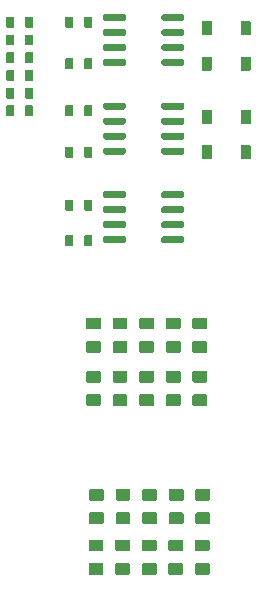
<source format=gbp>
G04 #@! TF.GenerationSoftware,KiCad,Pcbnew,8.0.7*
G04 #@! TF.CreationDate,2025-01-02T17:07:05+03:00*
G04 #@! TF.ProjectId,stabil-daytona,73746162-696c-42d6-9461-79746f6e612e,D*
G04 #@! TF.SameCoordinates,PX2faf080PY9896800*
G04 #@! TF.FileFunction,Paste,Bot*
G04 #@! TF.FilePolarity,Positive*
%FSLAX46Y46*%
G04 Gerber Fmt 4.6, Leading zero omitted, Abs format (unit mm)*
G04 Created by KiCad (PCBNEW 8.0.7) date 2025-01-02 17:07:05*
%MOMM*%
%LPD*%
G01*
G04 APERTURE LIST*
G04 APERTURE END LIST*
G04 #@! TO.C,R12*
G36*
G01*
X66850000Y44610000D02*
X66850000Y45390000D01*
G75*
G02*
X66920000Y45460000I70000J0D01*
G01*
X67480000Y45460000D01*
G75*
G02*
X67550000Y45390000I0J-70000D01*
G01*
X67550000Y44610000D01*
G75*
G02*
X67480000Y44540000I-70000J0D01*
G01*
X66920000Y44540000D01*
G75*
G02*
X66850000Y44610000I0J70000D01*
G01*
G37*
G36*
G01*
X68450000Y44610000D02*
X68450000Y45390000D01*
G75*
G02*
X68520000Y45460000I70000J0D01*
G01*
X69080000Y45460000D01*
G75*
G02*
X69150000Y45390000I0J-70000D01*
G01*
X69150000Y44610000D01*
G75*
G02*
X69080000Y44540000I-70000J0D01*
G01*
X68520000Y44540000D01*
G75*
G02*
X68450000Y44610000I0J70000D01*
G01*
G37*
G04 #@! TD*
G04 #@! TO.C,C14*
G36*
G01*
X78984999Y9209999D02*
X77934999Y9209999D01*
G75*
G02*
X77834999Y9309999I0J100000D01*
G01*
X77834999Y10109999D01*
G75*
G02*
X77934999Y10209999I100000J0D01*
G01*
X78984999Y10209999D01*
G75*
G02*
X79084999Y10109999I0J-100000D01*
G01*
X79084999Y9309999D01*
G75*
G02*
X78984999Y9209999I-100000J0D01*
G01*
G37*
G36*
G01*
X78984999Y11209999D02*
X77934999Y11209999D01*
G75*
G02*
X77834999Y11309999I0J100000D01*
G01*
X77834999Y12109999D01*
G75*
G02*
X77934999Y12209999I100000J0D01*
G01*
X78984999Y12209999D01*
G75*
G02*
X79084999Y12109999I0J-100000D01*
G01*
X79084999Y11309999D01*
G75*
G02*
X78984999Y11209999I-100000J0D01*
G01*
G37*
G04 #@! TD*
G04 #@! TO.C,C21*
G36*
G01*
X73475000Y16500000D02*
X74525000Y16500000D01*
G75*
G02*
X74625000Y16400000I0J-100000D01*
G01*
X74625000Y15600000D01*
G75*
G02*
X74525000Y15500000I-100000J0D01*
G01*
X73475000Y15500000D01*
G75*
G02*
X73375000Y15600000I0J100000D01*
G01*
X73375000Y16400000D01*
G75*
G02*
X73475000Y16500000I100000J0D01*
G01*
G37*
G36*
G01*
X73475000Y14500000D02*
X74525000Y14500000D01*
G75*
G02*
X74625000Y14400000I0J-100000D01*
G01*
X74625000Y13600000D01*
G75*
G02*
X74525000Y13500000I-100000J0D01*
G01*
X73475000Y13500000D01*
G75*
G02*
X73375000Y13600000I0J100000D01*
G01*
X73375000Y14400000D01*
G75*
G02*
X73475000Y14500000I100000J0D01*
G01*
G37*
G04 #@! TD*
G04 #@! TO.C,R33*
G36*
G01*
X64150000Y50390000D02*
X64150000Y49610000D01*
G75*
G02*
X64080000Y49540000I-70000J0D01*
G01*
X63520000Y49540000D01*
G75*
G02*
X63450000Y49610000I0J70000D01*
G01*
X63450000Y50390000D01*
G75*
G02*
X63520000Y50460000I70000J0D01*
G01*
X64080000Y50460000D01*
G75*
G02*
X64150000Y50390000I0J-70000D01*
G01*
G37*
G36*
G01*
X62550000Y50390000D02*
X62550000Y49610000D01*
G75*
G02*
X62480000Y49540000I-70000J0D01*
G01*
X61920000Y49540000D01*
G75*
G02*
X61850000Y49610000I0J70000D01*
G01*
X61850000Y50390000D01*
G75*
G02*
X61920000Y50460000I70000J0D01*
G01*
X62480000Y50460000D01*
G75*
G02*
X62550000Y50390000I0J-70000D01*
G01*
G37*
G04 #@! TD*
G04 #@! TO.C,R10*
G36*
G01*
X66850000Y52110000D02*
X66850000Y52890000D01*
G75*
G02*
X66920000Y52960000I70000J0D01*
G01*
X67480000Y52960000D01*
G75*
G02*
X67550000Y52890000I0J-70000D01*
G01*
X67550000Y52110000D01*
G75*
G02*
X67480000Y52040000I-70000J0D01*
G01*
X66920000Y52040000D01*
G75*
G02*
X66850000Y52110000I0J70000D01*
G01*
G37*
G36*
G01*
X68450000Y52110000D02*
X68450000Y52890000D01*
G75*
G02*
X68520000Y52960000I70000J0D01*
G01*
X69080000Y52960000D01*
G75*
G02*
X69150000Y52890000I0J-70000D01*
G01*
X69150000Y52110000D01*
G75*
G02*
X69080000Y52040000I-70000J0D01*
G01*
X68520000Y52040000D01*
G75*
G02*
X68450000Y52110000I0J70000D01*
G01*
G37*
G04 #@! TD*
G04 #@! TO.C,C22*
G36*
G01*
X75725000Y16500000D02*
X76775000Y16500000D01*
G75*
G02*
X76875000Y16400000I0J-100000D01*
G01*
X76875000Y15600000D01*
G75*
G02*
X76775000Y15500000I-100000J0D01*
G01*
X75725000Y15500000D01*
G75*
G02*
X75625000Y15600000I0J100000D01*
G01*
X75625000Y16400000D01*
G75*
G02*
X75725000Y16500000I100000J0D01*
G01*
G37*
G36*
G01*
X75725000Y14500000D02*
X76775000Y14500000D01*
G75*
G02*
X76875000Y14400000I0J-100000D01*
G01*
X76875000Y13600000D01*
G75*
G02*
X76775000Y13500000I-100000J0D01*
G01*
X75725000Y13500000D01*
G75*
G02*
X75625000Y13600000I0J100000D01*
G01*
X75625000Y14400000D01*
G75*
G02*
X75725000Y14500000I100000J0D01*
G01*
G37*
G04 #@! TD*
G04 #@! TO.C,C6*
G36*
G01*
X68725000Y31000000D02*
X69775000Y31000000D01*
G75*
G02*
X69875000Y30900000I0J-100000D01*
G01*
X69875000Y30100000D01*
G75*
G02*
X69775000Y30000000I-100000J0D01*
G01*
X68725000Y30000000D01*
G75*
G02*
X68625000Y30100000I0J100000D01*
G01*
X68625000Y30900000D01*
G75*
G02*
X68725000Y31000000I100000J0D01*
G01*
G37*
G36*
G01*
X68725000Y29000000D02*
X69775000Y29000000D01*
G75*
G02*
X69875000Y28900000I0J-100000D01*
G01*
X69875000Y28100000D01*
G75*
G02*
X69775000Y28000000I-100000J0D01*
G01*
X68725000Y28000000D01*
G75*
G02*
X68625000Y28100000I0J100000D01*
G01*
X68625000Y28900000D01*
G75*
G02*
X68725000Y29000000I100000J0D01*
G01*
G37*
G04 #@! TD*
G04 #@! TO.C,C15*
G36*
G01*
X76734999Y9209999D02*
X75684999Y9209999D01*
G75*
G02*
X75584999Y9309999I0J100000D01*
G01*
X75584999Y10109999D01*
G75*
G02*
X75684999Y10209999I100000J0D01*
G01*
X76734999Y10209999D01*
G75*
G02*
X76834999Y10109999I0J-100000D01*
G01*
X76834999Y9309999D01*
G75*
G02*
X76734999Y9209999I-100000J0D01*
G01*
G37*
G36*
G01*
X76734999Y11209999D02*
X75684999Y11209999D01*
G75*
G02*
X75584999Y11309999I0J100000D01*
G01*
X75584999Y12109999D01*
G75*
G02*
X75684999Y12209999I100000J0D01*
G01*
X76734999Y12209999D01*
G75*
G02*
X76834999Y12109999I0J-100000D01*
G01*
X76834999Y11309999D01*
G75*
G02*
X76734999Y11209999I-100000J0D01*
G01*
G37*
G04 #@! TD*
G04 #@! TO.C,C20*
G36*
G01*
X71225000Y16500000D02*
X72275000Y16500000D01*
G75*
G02*
X72375000Y16400000I0J-100000D01*
G01*
X72375000Y15600000D01*
G75*
G02*
X72275000Y15500000I-100000J0D01*
G01*
X71225000Y15500000D01*
G75*
G02*
X71125000Y15600000I0J100000D01*
G01*
X71125000Y16400000D01*
G75*
G02*
X71225000Y16500000I100000J0D01*
G01*
G37*
G36*
G01*
X71225000Y14500000D02*
X72275000Y14500000D01*
G75*
G02*
X72375000Y14400000I0J-100000D01*
G01*
X72375000Y13600000D01*
G75*
G02*
X72275000Y13500000I-100000J0D01*
G01*
X71225000Y13500000D01*
G75*
G02*
X71125000Y13600000I0J100000D01*
G01*
X71125000Y14400000D01*
G75*
G02*
X71225000Y14500000I100000J0D01*
G01*
G37*
G04 #@! TD*
G04 #@! TO.C,C23*
G36*
G01*
X77975000Y16500000D02*
X79025000Y16500000D01*
G75*
G02*
X79125000Y16400000I0J-100000D01*
G01*
X79125000Y15600000D01*
G75*
G02*
X79025000Y15500000I-100000J0D01*
G01*
X77975000Y15500000D01*
G75*
G02*
X77875000Y15600000I0J100000D01*
G01*
X77875000Y16400000D01*
G75*
G02*
X77975000Y16500000I100000J0D01*
G01*
G37*
G36*
G01*
X77975000Y14500000D02*
X79025000Y14500000D01*
G75*
G02*
X79125000Y14400000I0J-100000D01*
G01*
X79125000Y13600000D01*
G75*
G02*
X79025000Y13500000I-100000J0D01*
G01*
X77975000Y13500000D01*
G75*
G02*
X77875000Y13600000I0J100000D01*
G01*
X77875000Y14400000D01*
G75*
G02*
X77975000Y14500000I100000J0D01*
G01*
G37*
G04 #@! TD*
G04 #@! TO.C,U6*
G36*
G01*
X70050000Y37445000D02*
X70050000Y37745000D01*
G75*
G02*
X70200000Y37895000I150000J0D01*
G01*
X71850000Y37895000D01*
G75*
G02*
X72000000Y37745000I0J-150000D01*
G01*
X72000000Y37445000D01*
G75*
G02*
X71850000Y37295000I-150000J0D01*
G01*
X70200000Y37295000D01*
G75*
G02*
X70050000Y37445000I0J150000D01*
G01*
G37*
G36*
G01*
X70050000Y38715000D02*
X70050000Y39015000D01*
G75*
G02*
X70200000Y39165000I150000J0D01*
G01*
X71850000Y39165000D01*
G75*
G02*
X72000000Y39015000I0J-150000D01*
G01*
X72000000Y38715000D01*
G75*
G02*
X71850000Y38565000I-150000J0D01*
G01*
X70200000Y38565000D01*
G75*
G02*
X70050000Y38715000I0J150000D01*
G01*
G37*
G36*
G01*
X70050000Y39985000D02*
X70050000Y40285000D01*
G75*
G02*
X70200000Y40435000I150000J0D01*
G01*
X71850000Y40435000D01*
G75*
G02*
X72000000Y40285000I0J-150000D01*
G01*
X72000000Y39985000D01*
G75*
G02*
X71850000Y39835000I-150000J0D01*
G01*
X70200000Y39835000D01*
G75*
G02*
X70050000Y39985000I0J150000D01*
G01*
G37*
G36*
G01*
X70050000Y41255000D02*
X70050000Y41555000D01*
G75*
G02*
X70200000Y41705000I150000J0D01*
G01*
X71850000Y41705000D01*
G75*
G02*
X72000000Y41555000I0J-150000D01*
G01*
X72000000Y41255000D01*
G75*
G02*
X71850000Y41105000I-150000J0D01*
G01*
X70200000Y41105000D01*
G75*
G02*
X70050000Y41255000I0J150000D01*
G01*
G37*
G36*
G01*
X75000000Y41255000D02*
X75000000Y41555000D01*
G75*
G02*
X75150000Y41705000I150000J0D01*
G01*
X76800000Y41705000D01*
G75*
G02*
X76950000Y41555000I0J-150000D01*
G01*
X76950000Y41255000D01*
G75*
G02*
X76800000Y41105000I-150000J0D01*
G01*
X75150000Y41105000D01*
G75*
G02*
X75000000Y41255000I0J150000D01*
G01*
G37*
G36*
G01*
X75000000Y39985000D02*
X75000000Y40285000D01*
G75*
G02*
X75150000Y40435000I150000J0D01*
G01*
X76800000Y40435000D01*
G75*
G02*
X76950000Y40285000I0J-150000D01*
G01*
X76950000Y39985000D01*
G75*
G02*
X76800000Y39835000I-150000J0D01*
G01*
X75150000Y39835000D01*
G75*
G02*
X75000000Y39985000I0J150000D01*
G01*
G37*
G36*
G01*
X75000000Y38715000D02*
X75000000Y39015000D01*
G75*
G02*
X75150000Y39165000I150000J0D01*
G01*
X76800000Y39165000D01*
G75*
G02*
X76950000Y39015000I0J-150000D01*
G01*
X76950000Y38715000D01*
G75*
G02*
X76800000Y38565000I-150000J0D01*
G01*
X75150000Y38565000D01*
G75*
G02*
X75000000Y38715000I0J150000D01*
G01*
G37*
G36*
G01*
X75000000Y37445000D02*
X75000000Y37745000D01*
G75*
G02*
X75150000Y37895000I150000J0D01*
G01*
X76800000Y37895000D01*
G75*
G02*
X76950000Y37745000I0J-150000D01*
G01*
X76950000Y37445000D01*
G75*
G02*
X76800000Y37295000I-150000J0D01*
G01*
X75150000Y37295000D01*
G75*
G02*
X75000000Y37445000I0J150000D01*
G01*
G37*
G04 #@! TD*
G04 #@! TO.C,R29*
G36*
G01*
X64150000Y56390000D02*
X64150000Y55610000D01*
G75*
G02*
X64080000Y55540000I-70000J0D01*
G01*
X63520000Y55540000D01*
G75*
G02*
X63450000Y55610000I0J70000D01*
G01*
X63450000Y56390000D01*
G75*
G02*
X63520000Y56460000I70000J0D01*
G01*
X64080000Y56460000D01*
G75*
G02*
X64150000Y56390000I0J-70000D01*
G01*
G37*
G36*
G01*
X62550000Y56390000D02*
X62550000Y55610000D01*
G75*
G02*
X62480000Y55540000I-70000J0D01*
G01*
X61920000Y55540000D01*
G75*
G02*
X61850000Y55610000I0J70000D01*
G01*
X61850000Y56390000D01*
G75*
G02*
X61920000Y56460000I70000J0D01*
G01*
X62480000Y56460000D01*
G75*
G02*
X62550000Y56390000I0J-70000D01*
G01*
G37*
G04 #@! TD*
G04 #@! TO.C,D5*
G36*
G01*
X82600000Y48510000D02*
X82600000Y47490000D01*
G75*
G02*
X82510000Y47400000I-90000J0D01*
G01*
X81790000Y47400000D01*
G75*
G02*
X81700000Y47490000I0J90000D01*
G01*
X81700000Y48510000D01*
G75*
G02*
X81790000Y48600000I90000J0D01*
G01*
X82510000Y48600000D01*
G75*
G02*
X82600000Y48510000I0J-90000D01*
G01*
G37*
G36*
G01*
X79300000Y48510000D02*
X79300000Y47490000D01*
G75*
G02*
X79210000Y47400000I-90000J0D01*
G01*
X78490000Y47400000D01*
G75*
G02*
X78400000Y47490000I0J90000D01*
G01*
X78400000Y48510000D01*
G75*
G02*
X78490000Y48600000I90000J0D01*
G01*
X79210000Y48600000D01*
G75*
G02*
X79300000Y48510000I0J-90000D01*
G01*
G37*
G04 #@! TD*
G04 #@! TO.C,C4*
G36*
G01*
X72025000Y23500000D02*
X70975000Y23500000D01*
G75*
G02*
X70875000Y23600000I0J100000D01*
G01*
X70875000Y24400000D01*
G75*
G02*
X70975000Y24500000I100000J0D01*
G01*
X72025000Y24500000D01*
G75*
G02*
X72125000Y24400000I0J-100000D01*
G01*
X72125000Y23600000D01*
G75*
G02*
X72025000Y23500000I-100000J0D01*
G01*
G37*
G36*
G01*
X72025000Y25500000D02*
X70975000Y25500000D01*
G75*
G02*
X70875000Y25600000I0J100000D01*
G01*
X70875000Y26400000D01*
G75*
G02*
X70975000Y26500000I100000J0D01*
G01*
X72025000Y26500000D01*
G75*
G02*
X72125000Y26400000I0J-100000D01*
G01*
X72125000Y25600000D01*
G75*
G02*
X72025000Y25500000I-100000J0D01*
G01*
G37*
G04 #@! TD*
G04 #@! TO.C,C18*
G36*
G01*
X69984999Y9209999D02*
X68934999Y9209999D01*
G75*
G02*
X68834999Y9309999I0J100000D01*
G01*
X68834999Y10109999D01*
G75*
G02*
X68934999Y10209999I100000J0D01*
G01*
X69984999Y10209999D01*
G75*
G02*
X70084999Y10109999I0J-100000D01*
G01*
X70084999Y9309999D01*
G75*
G02*
X69984999Y9209999I-100000J0D01*
G01*
G37*
G36*
G01*
X69984999Y11209999D02*
X68934999Y11209999D01*
G75*
G02*
X68834999Y11309999I0J100000D01*
G01*
X68834999Y12109999D01*
G75*
G02*
X68934999Y12209999I100000J0D01*
G01*
X69984999Y12209999D01*
G75*
G02*
X70084999Y12109999I0J-100000D01*
G01*
X70084999Y11309999D01*
G75*
G02*
X69984999Y11209999I-100000J0D01*
G01*
G37*
G04 #@! TD*
G04 #@! TO.C,R31*
G36*
G01*
X64150000Y53390000D02*
X64150000Y52610000D01*
G75*
G02*
X64080000Y52540000I-70000J0D01*
G01*
X63520000Y52540000D01*
G75*
G02*
X63450000Y52610000I0J70000D01*
G01*
X63450000Y53390000D01*
G75*
G02*
X63520000Y53460000I70000J0D01*
G01*
X64080000Y53460000D01*
G75*
G02*
X64150000Y53390000I0J-70000D01*
G01*
G37*
G36*
G01*
X62550000Y53390000D02*
X62550000Y52610000D01*
G75*
G02*
X62480000Y52540000I-70000J0D01*
G01*
X61920000Y52540000D01*
G75*
G02*
X61850000Y52610000I0J70000D01*
G01*
X61850000Y53390000D01*
G75*
G02*
X61920000Y53460000I70000J0D01*
G01*
X62480000Y53460000D01*
G75*
G02*
X62550000Y53390000I0J-70000D01*
G01*
G37*
G04 #@! TD*
G04 #@! TO.C,D4*
G36*
G01*
X82600000Y45510000D02*
X82600000Y44490000D01*
G75*
G02*
X82510000Y44400000I-90000J0D01*
G01*
X81790000Y44400000D01*
G75*
G02*
X81700000Y44490000I0J90000D01*
G01*
X81700000Y45510000D01*
G75*
G02*
X81790000Y45600000I90000J0D01*
G01*
X82510000Y45600000D01*
G75*
G02*
X82600000Y45510000I0J-90000D01*
G01*
G37*
G36*
G01*
X79300000Y45510000D02*
X79300000Y44490000D01*
G75*
G02*
X79210000Y44400000I-90000J0D01*
G01*
X78490000Y44400000D01*
G75*
G02*
X78400000Y44490000I0J90000D01*
G01*
X78400000Y45510000D01*
G75*
G02*
X78490000Y45600000I90000J0D01*
G01*
X79210000Y45600000D01*
G75*
G02*
X79300000Y45510000I0J-90000D01*
G01*
G37*
G04 #@! TD*
G04 #@! TO.C,C8*
G36*
G01*
X73225000Y31000000D02*
X74275000Y31000000D01*
G75*
G02*
X74375000Y30900000I0J-100000D01*
G01*
X74375000Y30100000D01*
G75*
G02*
X74275000Y30000000I-100000J0D01*
G01*
X73225000Y30000000D01*
G75*
G02*
X73125000Y30100000I0J100000D01*
G01*
X73125000Y30900000D01*
G75*
G02*
X73225000Y31000000I100000J0D01*
G01*
G37*
G36*
G01*
X73225000Y29000000D02*
X74275000Y29000000D01*
G75*
G02*
X74375000Y28900000I0J-100000D01*
G01*
X74375000Y28100000D01*
G75*
G02*
X74275000Y28000000I-100000J0D01*
G01*
X73225000Y28000000D01*
G75*
G02*
X73125000Y28100000I0J100000D01*
G01*
X73125000Y28900000D01*
G75*
G02*
X73225000Y29000000I100000J0D01*
G01*
G37*
G04 #@! TD*
G04 #@! TO.C,U7*
G36*
G01*
X70050000Y52445000D02*
X70050000Y52745000D01*
G75*
G02*
X70200000Y52895000I150000J0D01*
G01*
X71850000Y52895000D01*
G75*
G02*
X72000000Y52745000I0J-150000D01*
G01*
X72000000Y52445000D01*
G75*
G02*
X71850000Y52295000I-150000J0D01*
G01*
X70200000Y52295000D01*
G75*
G02*
X70050000Y52445000I0J150000D01*
G01*
G37*
G36*
G01*
X70050000Y53715000D02*
X70050000Y54015000D01*
G75*
G02*
X70200000Y54165000I150000J0D01*
G01*
X71850000Y54165000D01*
G75*
G02*
X72000000Y54015000I0J-150000D01*
G01*
X72000000Y53715000D01*
G75*
G02*
X71850000Y53565000I-150000J0D01*
G01*
X70200000Y53565000D01*
G75*
G02*
X70050000Y53715000I0J150000D01*
G01*
G37*
G36*
G01*
X70050000Y54985000D02*
X70050000Y55285000D01*
G75*
G02*
X70200000Y55435000I150000J0D01*
G01*
X71850000Y55435000D01*
G75*
G02*
X72000000Y55285000I0J-150000D01*
G01*
X72000000Y54985000D01*
G75*
G02*
X71850000Y54835000I-150000J0D01*
G01*
X70200000Y54835000D01*
G75*
G02*
X70050000Y54985000I0J150000D01*
G01*
G37*
G36*
G01*
X70050000Y56255000D02*
X70050000Y56555000D01*
G75*
G02*
X70200000Y56705000I150000J0D01*
G01*
X71850000Y56705000D01*
G75*
G02*
X72000000Y56555000I0J-150000D01*
G01*
X72000000Y56255000D01*
G75*
G02*
X71850000Y56105000I-150000J0D01*
G01*
X70200000Y56105000D01*
G75*
G02*
X70050000Y56255000I0J150000D01*
G01*
G37*
G36*
G01*
X75000000Y56255000D02*
X75000000Y56555000D01*
G75*
G02*
X75150000Y56705000I150000J0D01*
G01*
X76800000Y56705000D01*
G75*
G02*
X76950000Y56555000I0J-150000D01*
G01*
X76950000Y56255000D01*
G75*
G02*
X76800000Y56105000I-150000J0D01*
G01*
X75150000Y56105000D01*
G75*
G02*
X75000000Y56255000I0J150000D01*
G01*
G37*
G36*
G01*
X75000000Y54985000D02*
X75000000Y55285000D01*
G75*
G02*
X75150000Y55435000I150000J0D01*
G01*
X76800000Y55435000D01*
G75*
G02*
X76950000Y55285000I0J-150000D01*
G01*
X76950000Y54985000D01*
G75*
G02*
X76800000Y54835000I-150000J0D01*
G01*
X75150000Y54835000D01*
G75*
G02*
X75000000Y54985000I0J150000D01*
G01*
G37*
G36*
G01*
X75000000Y53715000D02*
X75000000Y54015000D01*
G75*
G02*
X75150000Y54165000I150000J0D01*
G01*
X76800000Y54165000D01*
G75*
G02*
X76950000Y54015000I0J-150000D01*
G01*
X76950000Y53715000D01*
G75*
G02*
X76800000Y53565000I-150000J0D01*
G01*
X75150000Y53565000D01*
G75*
G02*
X75000000Y53715000I0J150000D01*
G01*
G37*
G36*
G01*
X75000000Y52445000D02*
X75000000Y52745000D01*
G75*
G02*
X75150000Y52895000I150000J0D01*
G01*
X76800000Y52895000D01*
G75*
G02*
X76950000Y52745000I0J-150000D01*
G01*
X76950000Y52445000D01*
G75*
G02*
X76800000Y52295000I-150000J0D01*
G01*
X75150000Y52295000D01*
G75*
G02*
X75000000Y52445000I0J150000D01*
G01*
G37*
G04 #@! TD*
G04 #@! TO.C,C9*
G36*
G01*
X75475000Y31000000D02*
X76525000Y31000000D01*
G75*
G02*
X76625000Y30900000I0J-100000D01*
G01*
X76625000Y30100000D01*
G75*
G02*
X76525000Y30000000I-100000J0D01*
G01*
X75475000Y30000000D01*
G75*
G02*
X75375000Y30100000I0J100000D01*
G01*
X75375000Y30900000D01*
G75*
G02*
X75475000Y31000000I100000J0D01*
G01*
G37*
G36*
G01*
X75475000Y29000000D02*
X76525000Y29000000D01*
G75*
G02*
X76625000Y28900000I0J-100000D01*
G01*
X76625000Y28100000D01*
G75*
G02*
X76525000Y28000000I-100000J0D01*
G01*
X75475000Y28000000D01*
G75*
G02*
X75375000Y28100000I0J100000D01*
G01*
X75375000Y28900000D01*
G75*
G02*
X75475000Y29000000I100000J0D01*
G01*
G37*
G04 #@! TD*
G04 #@! TO.C,R30*
G36*
G01*
X64150000Y54890000D02*
X64150000Y54110000D01*
G75*
G02*
X64080000Y54040000I-70000J0D01*
G01*
X63520000Y54040000D01*
G75*
G02*
X63450000Y54110000I0J70000D01*
G01*
X63450000Y54890000D01*
G75*
G02*
X63520000Y54960000I70000J0D01*
G01*
X64080000Y54960000D01*
G75*
G02*
X64150000Y54890000I0J-70000D01*
G01*
G37*
G36*
G01*
X62550000Y54890000D02*
X62550000Y54110000D01*
G75*
G02*
X62480000Y54040000I-70000J0D01*
G01*
X61920000Y54040000D01*
G75*
G02*
X61850000Y54110000I0J70000D01*
G01*
X61850000Y54890000D01*
G75*
G02*
X61920000Y54960000I70000J0D01*
G01*
X62480000Y54960000D01*
G75*
G02*
X62550000Y54890000I0J-70000D01*
G01*
G37*
G04 #@! TD*
G04 #@! TO.C,R15*
G36*
G01*
X69150000Y37890000D02*
X69150000Y37110000D01*
G75*
G02*
X69080000Y37040000I-70000J0D01*
G01*
X68520000Y37040000D01*
G75*
G02*
X68450000Y37110000I0J70000D01*
G01*
X68450000Y37890000D01*
G75*
G02*
X68520000Y37960000I70000J0D01*
G01*
X69080000Y37960000D01*
G75*
G02*
X69150000Y37890000I0J-70000D01*
G01*
G37*
G36*
G01*
X67550000Y37890000D02*
X67550000Y37110000D01*
G75*
G02*
X67480000Y37040000I-70000J0D01*
G01*
X66920000Y37040000D01*
G75*
G02*
X66850000Y37110000I0J70000D01*
G01*
X66850000Y37890000D01*
G75*
G02*
X66920000Y37960000I70000J0D01*
G01*
X67480000Y37960000D01*
G75*
G02*
X67550000Y37890000I0J-70000D01*
G01*
G37*
G04 #@! TD*
G04 #@! TO.C,R11*
G36*
G01*
X66850000Y55610000D02*
X66850000Y56390000D01*
G75*
G02*
X66920000Y56460000I70000J0D01*
G01*
X67480000Y56460000D01*
G75*
G02*
X67550000Y56390000I0J-70000D01*
G01*
X67550000Y55610000D01*
G75*
G02*
X67480000Y55540000I-70000J0D01*
G01*
X66920000Y55540000D01*
G75*
G02*
X66850000Y55610000I0J70000D01*
G01*
G37*
G36*
G01*
X68450000Y55610000D02*
X68450000Y56390000D01*
G75*
G02*
X68520000Y56460000I70000J0D01*
G01*
X69080000Y56460000D01*
G75*
G02*
X69150000Y56390000I0J-70000D01*
G01*
X69150000Y55610000D01*
G75*
G02*
X69080000Y55540000I-70000J0D01*
G01*
X68520000Y55540000D01*
G75*
G02*
X68450000Y55610000I0J70000D01*
G01*
G37*
G04 #@! TD*
G04 #@! TO.C,C7*
G36*
G01*
X70975000Y31000000D02*
X72025000Y31000000D01*
G75*
G02*
X72125000Y30900000I0J-100000D01*
G01*
X72125000Y30100000D01*
G75*
G02*
X72025000Y30000000I-100000J0D01*
G01*
X70975000Y30000000D01*
G75*
G02*
X70875000Y30100000I0J100000D01*
G01*
X70875000Y30900000D01*
G75*
G02*
X70975000Y31000000I100000J0D01*
G01*
G37*
G36*
G01*
X70975000Y29000000D02*
X72025000Y29000000D01*
G75*
G02*
X72125000Y28900000I0J-100000D01*
G01*
X72125000Y28100000D01*
G75*
G02*
X72025000Y28000000I-100000J0D01*
G01*
X70975000Y28000000D01*
G75*
G02*
X70875000Y28100000I0J100000D01*
G01*
X70875000Y28900000D01*
G75*
G02*
X70975000Y29000000I100000J0D01*
G01*
G37*
G04 #@! TD*
G04 #@! TO.C,R34*
G36*
G01*
X64150000Y48890000D02*
X64150000Y48110000D01*
G75*
G02*
X64080000Y48040000I-70000J0D01*
G01*
X63520000Y48040000D01*
G75*
G02*
X63450000Y48110000I0J70000D01*
G01*
X63450000Y48890000D01*
G75*
G02*
X63520000Y48960000I70000J0D01*
G01*
X64080000Y48960000D01*
G75*
G02*
X64150000Y48890000I0J-70000D01*
G01*
G37*
G36*
G01*
X62550000Y48890000D02*
X62550000Y48110000D01*
G75*
G02*
X62480000Y48040000I-70000J0D01*
G01*
X61920000Y48040000D01*
G75*
G02*
X61850000Y48110000I0J70000D01*
G01*
X61850000Y48890000D01*
G75*
G02*
X61920000Y48960000I70000J0D01*
G01*
X62480000Y48960000D01*
G75*
G02*
X62550000Y48890000I0J-70000D01*
G01*
G37*
G04 #@! TD*
G04 #@! TO.C,C5*
G36*
G01*
X69775000Y23500000D02*
X68725000Y23500000D01*
G75*
G02*
X68625000Y23600000I0J100000D01*
G01*
X68625000Y24400000D01*
G75*
G02*
X68725000Y24500000I100000J0D01*
G01*
X69775000Y24500000D01*
G75*
G02*
X69875000Y24400000I0J-100000D01*
G01*
X69875000Y23600000D01*
G75*
G02*
X69775000Y23500000I-100000J0D01*
G01*
G37*
G36*
G01*
X69775000Y25500000D02*
X68725000Y25500000D01*
G75*
G02*
X68625000Y25600000I0J100000D01*
G01*
X68625000Y26400000D01*
G75*
G02*
X68725000Y26500000I100000J0D01*
G01*
X69775000Y26500000D01*
G75*
G02*
X69875000Y26400000I0J-100000D01*
G01*
X69875000Y25600000D01*
G75*
G02*
X69775000Y25500000I-100000J0D01*
G01*
G37*
G04 #@! TD*
G04 #@! TO.C,R16*
G36*
G01*
X69150000Y40890000D02*
X69150000Y40110000D01*
G75*
G02*
X69080000Y40040000I-70000J0D01*
G01*
X68520000Y40040000D01*
G75*
G02*
X68450000Y40110000I0J70000D01*
G01*
X68450000Y40890000D01*
G75*
G02*
X68520000Y40960000I70000J0D01*
G01*
X69080000Y40960000D01*
G75*
G02*
X69150000Y40890000I0J-70000D01*
G01*
G37*
G36*
G01*
X67550000Y40890000D02*
X67550000Y40110000D01*
G75*
G02*
X67480000Y40040000I-70000J0D01*
G01*
X66920000Y40040000D01*
G75*
G02*
X66850000Y40110000I0J70000D01*
G01*
X66850000Y40890000D01*
G75*
G02*
X66920000Y40960000I70000J0D01*
G01*
X67480000Y40960000D01*
G75*
G02*
X67550000Y40890000I0J-70000D01*
G01*
G37*
G04 #@! TD*
G04 #@! TO.C,R32*
G36*
G01*
X64150000Y51890000D02*
X64150000Y51110000D01*
G75*
G02*
X64080000Y51040000I-70000J0D01*
G01*
X63520000Y51040000D01*
G75*
G02*
X63450000Y51110000I0J70000D01*
G01*
X63450000Y51890000D01*
G75*
G02*
X63520000Y51960000I70000J0D01*
G01*
X64080000Y51960000D01*
G75*
G02*
X64150000Y51890000I0J-70000D01*
G01*
G37*
G36*
G01*
X62550000Y51890000D02*
X62550000Y51110000D01*
G75*
G02*
X62480000Y51040000I-70000J0D01*
G01*
X61920000Y51040000D01*
G75*
G02*
X61850000Y51110000I0J70000D01*
G01*
X61850000Y51890000D01*
G75*
G02*
X61920000Y51960000I70000J0D01*
G01*
X62480000Y51960000D01*
G75*
G02*
X62550000Y51890000I0J-70000D01*
G01*
G37*
G04 #@! TD*
G04 #@! TO.C,C17*
G36*
G01*
X72234999Y9209999D02*
X71184999Y9209999D01*
G75*
G02*
X71084999Y9309999I0J100000D01*
G01*
X71084999Y10109999D01*
G75*
G02*
X71184999Y10209999I100000J0D01*
G01*
X72234999Y10209999D01*
G75*
G02*
X72334999Y10109999I0J-100000D01*
G01*
X72334999Y9309999D01*
G75*
G02*
X72234999Y9209999I-100000J0D01*
G01*
G37*
G36*
G01*
X72234999Y11209999D02*
X71184999Y11209999D01*
G75*
G02*
X71084999Y11309999I0J100000D01*
G01*
X71084999Y12109999D01*
G75*
G02*
X71184999Y12209999I100000J0D01*
G01*
X72234999Y12209999D01*
G75*
G02*
X72334999Y12109999I0J-100000D01*
G01*
X72334999Y11309999D01*
G75*
G02*
X72234999Y11209999I-100000J0D01*
G01*
G37*
G04 #@! TD*
G04 #@! TO.C,D2*
G36*
G01*
X82600000Y53010000D02*
X82600000Y51990000D01*
G75*
G02*
X82510000Y51900000I-90000J0D01*
G01*
X81790000Y51900000D01*
G75*
G02*
X81700000Y51990000I0J90000D01*
G01*
X81700000Y53010000D01*
G75*
G02*
X81790000Y53100000I90000J0D01*
G01*
X82510000Y53100000D01*
G75*
G02*
X82600000Y53010000I0J-90000D01*
G01*
G37*
G36*
G01*
X79300000Y53010000D02*
X79300000Y51990000D01*
G75*
G02*
X79210000Y51900000I-90000J0D01*
G01*
X78490000Y51900000D01*
G75*
G02*
X78400000Y51990000I0J90000D01*
G01*
X78400000Y53010000D01*
G75*
G02*
X78490000Y53100000I90000J0D01*
G01*
X79210000Y53100000D01*
G75*
G02*
X79300000Y53010000I0J-90000D01*
G01*
G37*
G04 #@! TD*
G04 #@! TO.C,C2*
G36*
G01*
X76525000Y23500000D02*
X75475000Y23500000D01*
G75*
G02*
X75375000Y23600000I0J100000D01*
G01*
X75375000Y24400000D01*
G75*
G02*
X75475000Y24500000I100000J0D01*
G01*
X76525000Y24500000D01*
G75*
G02*
X76625000Y24400000I0J-100000D01*
G01*
X76625000Y23600000D01*
G75*
G02*
X76525000Y23500000I-100000J0D01*
G01*
G37*
G36*
G01*
X76525000Y25500000D02*
X75475000Y25500000D01*
G75*
G02*
X75375000Y25600000I0J100000D01*
G01*
X75375000Y26400000D01*
G75*
G02*
X75475000Y26500000I100000J0D01*
G01*
X76525000Y26500000D01*
G75*
G02*
X76625000Y26400000I0J-100000D01*
G01*
X76625000Y25600000D01*
G75*
G02*
X76525000Y25500000I-100000J0D01*
G01*
G37*
G04 #@! TD*
G04 #@! TO.C,C10*
G36*
G01*
X77725000Y31000000D02*
X78775000Y31000000D01*
G75*
G02*
X78875000Y30900000I0J-100000D01*
G01*
X78875000Y30100000D01*
G75*
G02*
X78775000Y30000000I-100000J0D01*
G01*
X77725000Y30000000D01*
G75*
G02*
X77625000Y30100000I0J100000D01*
G01*
X77625000Y30900000D01*
G75*
G02*
X77725000Y31000000I100000J0D01*
G01*
G37*
G36*
G01*
X77725000Y29000000D02*
X78775000Y29000000D01*
G75*
G02*
X78875000Y28900000I0J-100000D01*
G01*
X78875000Y28100000D01*
G75*
G02*
X78775000Y28000000I-100000J0D01*
G01*
X77725000Y28000000D01*
G75*
G02*
X77625000Y28100000I0J100000D01*
G01*
X77625000Y28900000D01*
G75*
G02*
X77725000Y29000000I100000J0D01*
G01*
G37*
G04 #@! TD*
G04 #@! TO.C,U8*
G36*
G01*
X70050000Y44945000D02*
X70050000Y45245000D01*
G75*
G02*
X70200000Y45395000I150000J0D01*
G01*
X71850000Y45395000D01*
G75*
G02*
X72000000Y45245000I0J-150000D01*
G01*
X72000000Y44945000D01*
G75*
G02*
X71850000Y44795000I-150000J0D01*
G01*
X70200000Y44795000D01*
G75*
G02*
X70050000Y44945000I0J150000D01*
G01*
G37*
G36*
G01*
X70050000Y46215000D02*
X70050000Y46515000D01*
G75*
G02*
X70200000Y46665000I150000J0D01*
G01*
X71850000Y46665000D01*
G75*
G02*
X72000000Y46515000I0J-150000D01*
G01*
X72000000Y46215000D01*
G75*
G02*
X71850000Y46065000I-150000J0D01*
G01*
X70200000Y46065000D01*
G75*
G02*
X70050000Y46215000I0J150000D01*
G01*
G37*
G36*
G01*
X70050000Y47485000D02*
X70050000Y47785000D01*
G75*
G02*
X70200000Y47935000I150000J0D01*
G01*
X71850000Y47935000D01*
G75*
G02*
X72000000Y47785000I0J-150000D01*
G01*
X72000000Y47485000D01*
G75*
G02*
X71850000Y47335000I-150000J0D01*
G01*
X70200000Y47335000D01*
G75*
G02*
X70050000Y47485000I0J150000D01*
G01*
G37*
G36*
G01*
X70050000Y48755000D02*
X70050000Y49055000D01*
G75*
G02*
X70200000Y49205000I150000J0D01*
G01*
X71850000Y49205000D01*
G75*
G02*
X72000000Y49055000I0J-150000D01*
G01*
X72000000Y48755000D01*
G75*
G02*
X71850000Y48605000I-150000J0D01*
G01*
X70200000Y48605000D01*
G75*
G02*
X70050000Y48755000I0J150000D01*
G01*
G37*
G36*
G01*
X75000000Y48755000D02*
X75000000Y49055000D01*
G75*
G02*
X75150000Y49205000I150000J0D01*
G01*
X76800000Y49205000D01*
G75*
G02*
X76950000Y49055000I0J-150000D01*
G01*
X76950000Y48755000D01*
G75*
G02*
X76800000Y48605000I-150000J0D01*
G01*
X75150000Y48605000D01*
G75*
G02*
X75000000Y48755000I0J150000D01*
G01*
G37*
G36*
G01*
X75000000Y47485000D02*
X75000000Y47785000D01*
G75*
G02*
X75150000Y47935000I150000J0D01*
G01*
X76800000Y47935000D01*
G75*
G02*
X76950000Y47785000I0J-150000D01*
G01*
X76950000Y47485000D01*
G75*
G02*
X76800000Y47335000I-150000J0D01*
G01*
X75150000Y47335000D01*
G75*
G02*
X75000000Y47485000I0J150000D01*
G01*
G37*
G36*
G01*
X75000000Y46215000D02*
X75000000Y46515000D01*
G75*
G02*
X75150000Y46665000I150000J0D01*
G01*
X76800000Y46665000D01*
G75*
G02*
X76950000Y46515000I0J-150000D01*
G01*
X76950000Y46215000D01*
G75*
G02*
X76800000Y46065000I-150000J0D01*
G01*
X75150000Y46065000D01*
G75*
G02*
X75000000Y46215000I0J150000D01*
G01*
G37*
G36*
G01*
X75000000Y44945000D02*
X75000000Y45245000D01*
G75*
G02*
X75150000Y45395000I150000J0D01*
G01*
X76800000Y45395000D01*
G75*
G02*
X76950000Y45245000I0J-150000D01*
G01*
X76950000Y44945000D01*
G75*
G02*
X76800000Y44795000I-150000J0D01*
G01*
X75150000Y44795000D01*
G75*
G02*
X75000000Y44945000I0J150000D01*
G01*
G37*
G04 #@! TD*
G04 #@! TO.C,C19*
G36*
G01*
X68975000Y16500000D02*
X70025000Y16500000D01*
G75*
G02*
X70125000Y16400000I0J-100000D01*
G01*
X70125000Y15600000D01*
G75*
G02*
X70025000Y15500000I-100000J0D01*
G01*
X68975000Y15500000D01*
G75*
G02*
X68875000Y15600000I0J100000D01*
G01*
X68875000Y16400000D01*
G75*
G02*
X68975000Y16500000I100000J0D01*
G01*
G37*
G36*
G01*
X68975000Y14500000D02*
X70025000Y14500000D01*
G75*
G02*
X70125000Y14400000I0J-100000D01*
G01*
X70125000Y13600000D01*
G75*
G02*
X70025000Y13500000I-100000J0D01*
G01*
X68975000Y13500000D01*
G75*
G02*
X68875000Y13600000I0J100000D01*
G01*
X68875000Y14400000D01*
G75*
G02*
X68975000Y14500000I100000J0D01*
G01*
G37*
G04 #@! TD*
G04 #@! TO.C,C16*
G36*
G01*
X74484999Y9209999D02*
X73434999Y9209999D01*
G75*
G02*
X73334999Y9309999I0J100000D01*
G01*
X73334999Y10109999D01*
G75*
G02*
X73434999Y10209999I100000J0D01*
G01*
X74484999Y10209999D01*
G75*
G02*
X74584999Y10109999I0J-100000D01*
G01*
X74584999Y9309999D01*
G75*
G02*
X74484999Y9209999I-100000J0D01*
G01*
G37*
G36*
G01*
X74484999Y11209999D02*
X73434999Y11209999D01*
G75*
G02*
X73334999Y11309999I0J100000D01*
G01*
X73334999Y12109999D01*
G75*
G02*
X73434999Y12209999I100000J0D01*
G01*
X74484999Y12209999D01*
G75*
G02*
X74584999Y12109999I0J-100000D01*
G01*
X74584999Y11309999D01*
G75*
G02*
X74484999Y11209999I-100000J0D01*
G01*
G37*
G04 #@! TD*
G04 #@! TO.C,D3*
G36*
G01*
X82600000Y56010000D02*
X82600000Y54990000D01*
G75*
G02*
X82510000Y54900000I-90000J0D01*
G01*
X81790000Y54900000D01*
G75*
G02*
X81700000Y54990000I0J90000D01*
G01*
X81700000Y56010000D01*
G75*
G02*
X81790000Y56100000I90000J0D01*
G01*
X82510000Y56100000D01*
G75*
G02*
X82600000Y56010000I0J-90000D01*
G01*
G37*
G36*
G01*
X79300000Y56010000D02*
X79300000Y54990000D01*
G75*
G02*
X79210000Y54900000I-90000J0D01*
G01*
X78490000Y54900000D01*
G75*
G02*
X78400000Y54990000I0J90000D01*
G01*
X78400000Y56010000D01*
G75*
G02*
X78490000Y56100000I90000J0D01*
G01*
X79210000Y56100000D01*
G75*
G02*
X79300000Y56010000I0J-90000D01*
G01*
G37*
G04 #@! TD*
G04 #@! TO.C,C3*
G36*
G01*
X74275000Y23500000D02*
X73225000Y23500000D01*
G75*
G02*
X73125000Y23600000I0J100000D01*
G01*
X73125000Y24400000D01*
G75*
G02*
X73225000Y24500000I100000J0D01*
G01*
X74275000Y24500000D01*
G75*
G02*
X74375000Y24400000I0J-100000D01*
G01*
X74375000Y23600000D01*
G75*
G02*
X74275000Y23500000I-100000J0D01*
G01*
G37*
G36*
G01*
X74275000Y25500000D02*
X73225000Y25500000D01*
G75*
G02*
X73125000Y25600000I0J100000D01*
G01*
X73125000Y26400000D01*
G75*
G02*
X73225000Y26500000I100000J0D01*
G01*
X74275000Y26500000D01*
G75*
G02*
X74375000Y26400000I0J-100000D01*
G01*
X74375000Y25600000D01*
G75*
G02*
X74275000Y25500000I-100000J0D01*
G01*
G37*
G04 #@! TD*
G04 #@! TO.C,R13*
G36*
G01*
X66850000Y48110000D02*
X66850000Y48890000D01*
G75*
G02*
X66920000Y48960000I70000J0D01*
G01*
X67480000Y48960000D01*
G75*
G02*
X67550000Y48890000I0J-70000D01*
G01*
X67550000Y48110000D01*
G75*
G02*
X67480000Y48040000I-70000J0D01*
G01*
X66920000Y48040000D01*
G75*
G02*
X66850000Y48110000I0J70000D01*
G01*
G37*
G36*
G01*
X68450000Y48110000D02*
X68450000Y48890000D01*
G75*
G02*
X68520000Y48960000I70000J0D01*
G01*
X69080000Y48960000D01*
G75*
G02*
X69150000Y48890000I0J-70000D01*
G01*
X69150000Y48110000D01*
G75*
G02*
X69080000Y48040000I-70000J0D01*
G01*
X68520000Y48040000D01*
G75*
G02*
X68450000Y48110000I0J70000D01*
G01*
G37*
G04 #@! TD*
G04 #@! TO.C,C1*
G36*
G01*
X78775000Y23500000D02*
X77725000Y23500000D01*
G75*
G02*
X77625000Y23600000I0J100000D01*
G01*
X77625000Y24400000D01*
G75*
G02*
X77725000Y24500000I100000J0D01*
G01*
X78775000Y24500000D01*
G75*
G02*
X78875000Y24400000I0J-100000D01*
G01*
X78875000Y23600000D01*
G75*
G02*
X78775000Y23500000I-100000J0D01*
G01*
G37*
G36*
G01*
X78775000Y25500000D02*
X77725000Y25500000D01*
G75*
G02*
X77625000Y25600000I0J100000D01*
G01*
X77625000Y26400000D01*
G75*
G02*
X77725000Y26500000I100000J0D01*
G01*
X78775000Y26500000D01*
G75*
G02*
X78875000Y26400000I0J-100000D01*
G01*
X78875000Y25600000D01*
G75*
G02*
X78775000Y25500000I-100000J0D01*
G01*
G37*
G04 #@! TD*
M02*

</source>
